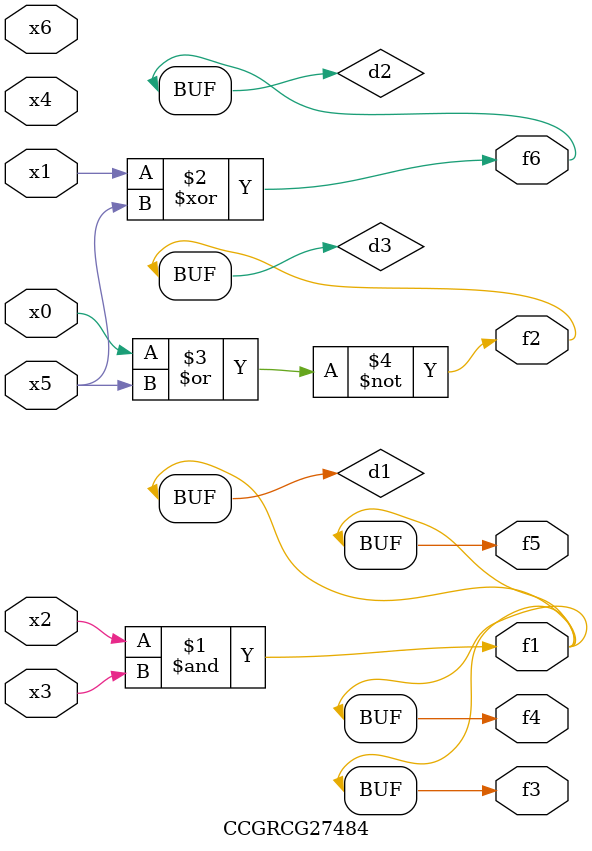
<source format=v>
module CCGRCG27484(
	input x0, x1, x2, x3, x4, x5, x6,
	output f1, f2, f3, f4, f5, f6
);

	wire d1, d2, d3;

	and (d1, x2, x3);
	xor (d2, x1, x5);
	nor (d3, x0, x5);
	assign f1 = d1;
	assign f2 = d3;
	assign f3 = d1;
	assign f4 = d1;
	assign f5 = d1;
	assign f6 = d2;
endmodule

</source>
